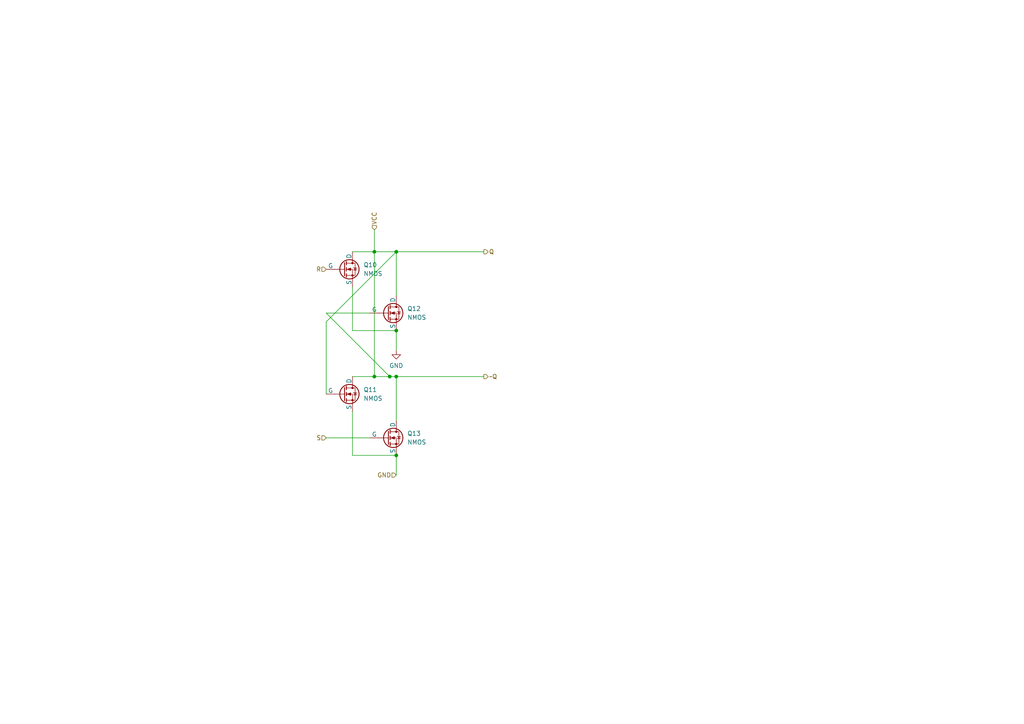
<source format=kicad_sch>
(kicad_sch (version 20230121) (generator eeschema)
  (paper "A4")
  (lib_symbols
    (symbol "Simulation_SPICE:NMOS" (pin_numbers hide) (pin_names (offset 0))
      (property "Reference" "Q" (at 5.08 1.27 0))
      (property "Value" "NMOS" (at 5.08 -1.27 0))
      (symbol "NMOS_0_1"
        (polyline (pts (xy 0.254 0) (xy -2.54 0)))
        (polyline (pts (xy 0.254 1.905) (xy 0.254 -1.905)) (stroke (width 0.254)))
        (polyline (pts (xy 0.762 -1.27) (xy 0.762 -2.286)) (stroke (width 0.254)))
        (polyline (pts (xy 0.762 0.508) (xy 0.762 -0.508)) (stroke (width 0.254)))
        (polyline (pts (xy 0.762 2.286) (xy 0.762 1.27)) (stroke (width 0.254)))
        (polyline (pts (xy 2.54 2.54) (xy 2.54 1.778)))
        (polyline (pts (xy 2.54 -2.54) (xy 2.54 0) (xy 0.762 0)))
        (polyline (pts (xy 0.762 -1.778) (xy 3.302 -1.778) (xy 3.302 1.778) (xy 0.762 1.778)))
        (polyline (pts (xy 1.016 0) (xy 2.032 0.381) (xy 2.032 -0.381) (xy 1.016 0)) (fill (type outline)))
        (polyline (pts (xy 2.794 0.508) (xy 2.921 0.381) (xy 3.683 0.381) (xy 3.81 0.254)))
        (polyline (pts (xy 3.302 0.381) (xy 2.921 -0.254) (xy 3.683 -0.254) (xy 3.302 0.381)))
        (circle (center 1.651 0) (radius 2.794) (stroke (width 0.254)))
        (circle (center 2.54 -1.778) (radius 0.254) (fill (type outline)))
        (circle (center 2.54 1.778) (radius 0.254) (fill (type outline)))
      )
      (symbol "NMOS_1_1"
        (pin passive line (at 2.54 5.08 270) (length 2.54) (name "D") (number "1"))
        (pin input line (at -5.08 0 0) (length 2.54) (name "G") (number "2"))
        (pin passive line (at 2.54 -5.08 90) (length 2.54) (name "S") (number "3"))
      )
    )
    (symbol "power:GND" (power) (pin_names (offset 0))
      (property "Value" "GND" (at 0 -3.81 0))
      (symbol "GND_0_1"
        (polyline (pts (xy 0 0) (xy 0 -1.27) (xy 1.27 -1.27) (xy 0 -2.54) (xy -1.27 -1.27) (xy 0 -1.27)))
      )
      (symbol "GND_1_1"
        (pin power_in line (at 0 0 270) (length 0) hide (name "GND") (number "1"))
      )
    )
  )
  (junction (at 114.935 95.885))
  (junction (at 113.03 109.22))
  (junction (at 114.935 73.025))
  (junction (at 108.585 109.22))
  (junction (at 114.935 109.22))
  (junction (at 114.935 132.08))
  (junction (at 108.585 73.025))
  (wire (pts (xy 108.585 73.025) (xy 108.585 109.22)))
  (wire (pts (xy 94.615 127) (xy 107.315 127)))
  (wire (pts (xy 102.235 83.185) (xy 102.235 95.885)))
  (wire (pts (xy 114.935 109.22) (xy 113.03 109.22)))
  (wire (pts (xy 108.585 109.22) (xy 102.235 109.22)))
  (wire (pts (xy 94.615 114.3) (xy 94.615 93.345)))
  (wire (pts (xy 102.235 95.885) (xy 114.935 95.885)))
  (wire (pts (xy 114.935 121.92) (xy 114.935 109.22)))
  (wire (pts (xy 108.585 66.675) (xy 108.585 73.025)))
  (wire (pts (xy 94.615 90.805) (xy 113.03 109.22)))
  (wire (pts (xy 113.03 109.22) (xy 108.585 109.22)))
  (wire (pts (xy 94.615 90.805) (xy 107.315 90.805)))
  (wire (pts (xy 114.935 95.885) (xy 114.935 101.6)))
  (wire (pts (xy 102.235 119.38) (xy 102.235 132.08)))
  (wire (pts (xy 94.615 93.345) (xy 114.935 73.025)))
  (wire (pts (xy 102.235 132.08) (xy 114.935 132.08)))
  (wire (pts (xy 114.935 73.025) (xy 108.585 73.025)))
  (wire (pts (xy 114.935 73.025) (xy 140.335 73.025)))
  (wire (pts (xy 114.935 132.08) (xy 114.935 137.795)))
  (wire (pts (xy 114.935 109.22) (xy 140.335 109.22)))
  (wire (pts (xy 114.935 85.725) (xy 114.935 73.025)))
  (wire (pts (xy 108.585 73.025) (xy 102.235 73.025)))
  (hierarchical_label "Q" (shape output) (at 140.335 73.025 0))
  (hierarchical_label "S" (shape input) (at 94.615 127 180))
  (hierarchical_label "~Q" (shape output) (at 140.335 109.22 0))
  (hierarchical_label "GND" (shape input) (at 114.935 137.795 180))
  (hierarchical_label "R" (shape input) (at 94.615 78.105 180))
  (hierarchical_label "VCC" (shape input) (at 108.585 66.675 90))
  (symbol (lib_id "power:GND") (at 114.935 101.6 0) (unit 1)
    (property "Reference" "#PWR010" (effects hide))
    (property "Value" "GND" (at 114.935 106.045 0))
    (instances (project "qrng" (path "" (reference "#PWR010") (unit 1)) (path "" (reference "#PWR011") (unit 1)) (path "" (reference "#PWR012") (unit 1)) (path "" (reference "#PWR013") (unit 1)) (path "" (reference "#PWR014") (unit 1)) (path "" (reference "#PWR015") (unit 1)) (path "" (reference "#PWR016") (unit 1)) (path "" (reference "#PWR017") (unit 1))))
  )
  (symbol (lib_id "Simulation_SPICE:NMOS") (at 112.395 90.805 0) (unit 1)
    (property "Reference" "Q12" (at 118.11 89.535 0) (effects (justify left)))
    (property "Value" "NMOS" (at 118.11 92.075 0) (effects (justify left)))
    (property "Datasheet" "https://ngspice.sourceforge.io/docs/ngspice-manual.pdf" (effects hide))
    (property "Sim.Device" "NMOS" (effects hide))
    (property "Sim.Type" "VDMOS" (effects hide))
    (property "Sim.Pins" "1=D 2=G 3=S" (effects hide))
    (instances (project "qrng" (path "" (reference "Q12") (unit 1)) (path "" (reference "Q3") (unit 1)) (path "" (reference "Q7") (unit 1)) (path "" (reference "Q16") (unit 1)) (path "" (reference "Q20") (unit 1)) (path "" (reference "Q24") (unit 1)) (path "" (reference "Q28") (unit 1)) (path "" (reference "Q32") (unit 1))))
  )
  (symbol (lib_id "Simulation_SPICE:NMOS") (at 112.395 127 0) (unit 1)
    (property "Reference" "Q13" (at 118.11 125.73 0) (effects (justify left)))
    (property "Value" "NMOS" (at 118.11 128.27 0) (effects (justify left)))
    (property "Datasheet" "https://ngspice.sourceforge.io/docs/ngspice-manual.pdf" (effects hide))
    (property "Sim.Device" "NMOS" (effects hide))
    (property "Sim.Type" "VDMOS" (effects hide))
    (property "Sim.Pins" "1=D 2=G 3=S" (effects hide))
    (instances (project "qrng" (path "" (reference "Q13") (unit 1)) (path "" (reference "Q4") (unit 1)) (path "" (reference "Q8") (unit 1)) (path "" (reference "Q17") (unit 1)) (path "" (reference "Q21") (unit 1)) (path "" (reference "Q25") (unit 1)) (path "" (reference "Q29") (unit 1)) (path "" (reference "Q33") (unit 1))))
  )
  (symbol (lib_id "Simulation_SPICE:NMOS") (at 99.695 114.3 0) (unit 1)
    (property "Reference" "Q11" (at 105.41 113.03 0) (effects (justify left)))
    (property "Value" "NMOS" (at 105.41 115.57 0) (effects (justify left)))
    (property "Datasheet" "https://ngspice.sourceforge.io/docs/ngspice-manual.pdf" (effects hide))
    (property "Sim.Device" "NMOS" (effects hide))
    (property "Sim.Type" "VDMOS" (effects hide))
    (property "Sim.Pins" "1=D 2=G 3=S" (effects hide))
    (instances (project "qrng" (path "" (reference "Q11") (unit 1)) (path "" (reference "Q2") (unit 1)) (path "" (reference "Q6") (unit 1)) (path "" (reference "Q15") (unit 1)) (path "" (reference "Q19") (unit 1)) (path "" (reference "Q23") (unit 1)) (path "" (reference "Q27") (unit 1)) (path "" (reference "Q31") (unit 1))))
  )
  (symbol (lib_id "Simulation_SPICE:NMOS") (at 99.695 78.105 0) (unit 1)
    (property "Reference" "Q10" (at 105.41 76.835 0) (effects (justify left)))
    (property "Value" "NMOS" (at 105.41 79.375 0) (effects (justify left)))
    (property "Datasheet" "https://ngspice.sourceforge.io/docs/ngspice-manual.pdf" (effects hide))
    (property "Sim.Device" "NMOS" (effects hide))
    (property "Sim.Type" "VDMOS" (effects hide))
    (property "Sim.Pins" "1=D 2=G 3=S" (effects hide))
    (instances (project "qrng" (path "" (reference "Q10") (unit 1)) (path "" (reference "Q1") (unit 1)) (path "" (reference "Q5") (unit 1)) (path "" (reference "Q14") (unit 1)) (path "" (reference "Q18") (unit 1)) (path "" (reference "Q22") (unit 1)) (path "" (reference "Q26") (unit 1)) (path "" (reference "Q30") (unit 1))))
  )
)
</source>
